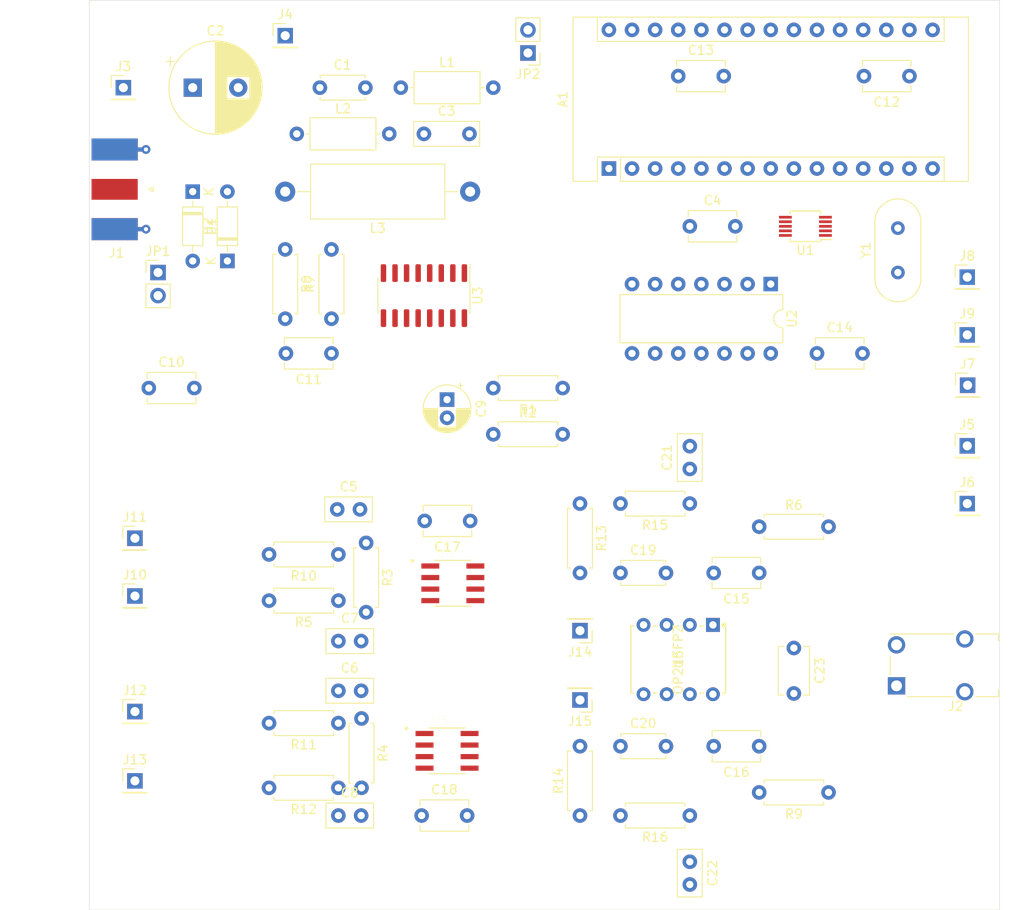
<source format=kicad_pcb>
(kicad_pcb (version 20171130) (host pcbnew "(5.1.5)-3")
  (layers (0 F.Cu signal) (31 B.Cu signal) (34 B.Paste user) (35 F.Paste user) (36 B.SilkS user) (37 F.SilkS user) (38 B.Mask user) (39 F.Mask user) (44 Edge.Cuts user))
  (net 0 "")
  (net 1 "Net-(A1-Pad1)")
  (net 2 +3V3)
  (net 3 "Net-(A1-Pad2)")
  (net 4 "Net-(A1-Pad18)")
  (net 5 "Net-(A1-Pad3)")
  (net 6 "Net-(A1-Pad19)")
  (net 7 "Net-(A1-Pad29)")
  (net 8 "Net-(A1-Pad20)")
  (net 9 "Net-(A1-Pad5)")
  (net 10 "Net-(A1-Pad21)")
  (net 11 "Net-(A1-Pad6)")
  (net 12 "Net-(A1-Pad22)")
  (net 13 "Net-(A1-Pad7)")
  (net 14 /SDA)
  (net 15 "Net-(A1-Pad8)")
  (net 16 /SCL)
  (net 17 "Net-(A1-Pad9)")
  (net 18 "Net-(A1-Pad25)")
  (net 19 "Net-(A1-Pad10)")
  (net 20 "Net-(A1-Pad26)")
  (net 21 "Net-(A1-Pad11)")
  (net 22 +5V)
  (net 23 "Net-(A1-Pad12)")
  (net 24 "Net-(A1-Pad28)")
  (net 25 "Net-(A1-Pad13)")
  (net 26 "Net-(A1-Pad14)")
  (net 27 "Net-(A1-Pad30)")
  (net 28 "Net-(A1-Pad15)")
  (net 29 "Net-(A1-Pad16)")
  (net 30 "Net-(C1-Pad2)")
  (net 31 GND)
  (net 32 "Net-(C2-Pad1)")
  (net 33 "Net-(C2-Pad2)")
  (net 34 "Net-(C3-Pad2)")
  (net 35 "Net-(C5-Pad1)")
  (net 36 "Net-(C6-Pad1)")
  (net 37 "Net-(C7-Pad1)")
  (net 38 "Net-(C8-Pad1)")
  (net 39 GNDA)
  (net 40 "Net-(C15-Pad1)")
  (net 41 "Net-(C15-Pad2)")
  (net 42 "Net-(C16-Pad1)")
  (net 43 "Net-(C16-Pad2)")
  (net 44 "Net-(J1-Pad2)")
  (net 45 "Net-(J2-PadT)")
  (net 46 "Net-(R3-Pad1)")
  (net 47 "Net-(R3-Pad2)")
  (net 48 "Net-(R4-Pad2)")
  (net 49 "Net-(R4-Pad1)")
  (net 50 "Net-(R5-Pad2)")
  (net 51 "Net-(J2-PadR)")
  (net 52 "Net-(R10-Pad2)")
  (net 53 "Net-(R11-Pad2)")
  (net 54 "Net-(R12-Pad2)")
  (net 55 "Net-(U1-Pad2)")
  (net 56 "Net-(U1-Pad3)")
  (net 57 /Q_LO)
  (net 58 "Net-(U2-Pad9)")
  (net 59 "Net-(U2-Pad12)")
  (net 60 /I_LO)
  (net 61 "Net-(J6-Pad1)")
  (net 62 "Net-(J5-Pad1)")
  (net 63 "Net-(J7-Pad1)")
  (net 64 "Net-(C19-Pad1)")
  (net 65 "Net-(C20-Pad1)")
  (net 66 "Net-(C21-Pad1)")
  (net 67 "Net-(C22-Pad1)")
  (net 68 /FIL_OUT)
  (net 69 "Net-(J14-Pad1)")
  (net 70 "Net-(J15-Pad1)")
  (module Package_SO:SOIC-16_3.9x9.9mm_P1.27mm (layer F.Cu) (at 111.76 77.47 270)
    (fp_text reference U3 (at 0 -5.9 90) (layer F.SilkS))
    (fp_text value SN74CBT3253)
    (pad 1 smd roundrect (at -2.475 -4.445 270) (size 1.95 0.6) (layers F.Cu F.Paste F.Mask) (net 31 GND))
    (pad 2 smd roundrect (at -2.475 -3.175 270) (size 1.95 0.6) (layers F.Cu F.Paste F.Mask) (net 57 /Q_LO))
    (pad 3 smd roundrect (at -2.475 -1.905 270) (size 1.95 0.6) (layers F.Cu F.Paste F.Mask) (net 52 "Net-(R10-Pad2)"))
    (pad 4 smd roundrect (at -2.475 -0.635 270) (size 1.95 0.6) (layers F.Cu F.Paste F.Mask) (net 54 "Net-(R12-Pad2)"))
    (pad 5 smd roundrect (at -2.475 0.635 270) (size 1.95 0.6) (layers F.Cu F.Paste F.Mask) (net 53 "Net-(R11-Pad2)"))
    (pad 6 smd roundrect (at -2.475 1.905 270) (size 1.95 0.6) (layers F.Cu F.Paste F.Mask) (net 50 "Net-(R5-Pad2)"))
    (pad 7 smd roundrect (at -2.475 3.175 270) (size 1.95 0.6) (layers F.Cu F.Paste F.Mask) (net 68 /FIL_OUT))
    (pad 8 smd roundrect (at -2.475 4.445 270) (size 1.95 0.6) (layers F.Cu F.Paste F.Mask) (net 31 GND))
    (pad 9 smd roundrect (at 2.475 4.445 270) (size 1.95 0.6) (layers F.Cu F.Paste F.Mask) (net 68 /FIL_OUT))
    (pad 10 smd roundrect (at 2.475 3.175 270) (size 1.95 0.6) (layers F.Cu F.Paste F.Mask) (net 50 "Net-(R5-Pad2)"))
    (pad 11 smd roundrect (at 2.475 1.905 270) (size 1.95 0.6) (layers F.Cu F.Paste F.Mask) (net 53 "Net-(R11-Pad2)"))
    (pad 12 smd roundrect (at 2.475 0.635 270) (size 1.95 0.6) (layers F.Cu F.Paste F.Mask) (net 54 "Net-(R12-Pad2)"))
    (pad 13 smd roundrect (at 2.475 -0.635 270) (size 1.95 0.6) (layers F.Cu F.Paste F.Mask) (net 52 "Net-(R10-Pad2)"))
    (pad 14 smd roundrect (at 2.475 -1.905 270) (size 1.95 0.6) (layers F.Cu F.Paste F.Mask) (net 60 /I_LO))
    (pad 15 smd roundrect (at 2.475 -3.175 270) (size 1.95 0.6) (layers F.Cu F.Paste F.Mask) (net 31 GND))
    (pad 16 smd roundrect (at 2.475 -4.445 270) (size 1.95 0.6) (layers F.Cu F.Paste F.Mask) (net 22 +5V))
  )
  (module Module:Arduino_Nano (layer F.Cu) (at 132.08 63.5 90)
    (fp_text reference A1 (at 7.62 -5.08 90) (layer F.SilkS))
    (fp_text value Arduino_Nano_v3.x)
    (pad 1 thru_hole rect (at 0 0 90) (size 1.6 1.6) (drill 0.8) (layers *.Cu *.Mask) (net 1 "Net-(A1-Pad1)"))
    (pad 17 thru_hole oval (at 15.24 33.02 90) (size 1.6 1.6) (drill 0.8) (layers *.Cu *.Mask) (net 2 +3V3))
    (pad 2 thru_hole oval (at 0 2.54 90) (size 1.6 1.6) (drill 0.8) (layers *.Cu *.Mask) (net 3 "Net-(A1-Pad2)"))
    (pad 18 thru_hole oval (at 15.24 30.48 90) (size 1.6 1.6) (drill 0.8) (layers *.Cu *.Mask) (net 4 "Net-(A1-Pad18)"))
    (pad 3 thru_hole oval (at 0 5.08 90) (size 1.6 1.6) (drill 0.8) (layers *.Cu *.Mask) (net 5 "Net-(A1-Pad3)"))
    (pad 19 thru_hole oval (at 15.24 27.94 90) (size 1.6 1.6) (drill 0.8) (layers *.Cu *.Mask) (net 6 "Net-(A1-Pad19)"))
    (pad 4 thru_hole oval (at 0 7.62 90) (size 1.6 1.6) (drill 0.8) (layers *.Cu *.Mask) (net 7 "Net-(A1-Pad29)"))
    (pad 20 thru_hole oval (at 15.24 25.4 90) (size 1.6 1.6) (drill 0.8) (layers *.Cu *.Mask) (net 8 "Net-(A1-Pad20)"))
    (pad 5 thru_hole oval (at 0 10.16 90) (size 1.6 1.6) (drill 0.8) (layers *.Cu *.Mask) (net 9 "Net-(A1-Pad5)"))
    (pad 21 thru_hole oval (at 15.24 22.86 90) (size 1.6 1.6) (drill 0.8) (layers *.Cu *.Mask) (net 10 "Net-(A1-Pad21)"))
    (pad 6 thru_hole oval (at 0 12.7 90) (size 1.6 1.6) (drill 0.8) (layers *.Cu *.Mask) (net 11 "Net-(A1-Pad6)"))
    (pad 22 thru_hole oval (at 15.24 20.32 90) (size 1.6 1.6) (drill 0.8) (layers *.Cu *.Mask) (net 12 "Net-(A1-Pad22)"))
    (pad 7 thru_hole oval (at 0 15.24 90) (size 1.6 1.6) (drill 0.8) (layers *.Cu *.Mask) (net 13 "Net-(A1-Pad7)"))
    (pad 23 thru_hole oval (at 15.24 17.78 90) (size 1.6 1.6) (drill 0.8) (layers *.Cu *.Mask) (net 14 /SDA))
    (pad 8 thru_hole oval (at 0 17.78 90) (size 1.6 1.6) (drill 0.8) (layers *.Cu *.Mask) (net 15 "Net-(A1-Pad8)"))
    (pad 24 thru_hole oval (at 15.24 15.24 90) (size 1.6 1.6) (drill 0.8) (layers *.Cu *.Mask) (net 16 /SCL))
    (pad 9 thru_hole oval (at 0 20.32 90) (size 1.6 1.6) (drill 0.8) (layers *.Cu *.Mask) (net 17 "Net-(A1-Pad9)"))
    (pad 25 thru_hole oval (at 15.24 12.7 90) (size 1.6 1.6) (drill 0.8) (layers *.Cu *.Mask) (net 18 "Net-(A1-Pad25)"))
    (pad 10 thru_hole oval (at 0 22.86 90) (size 1.6 1.6) (drill 0.8) (layers *.Cu *.Mask) (net 19 "Net-(A1-Pad10)"))
    (pad 26 thru_hole oval (at 15.24 10.16 90) (size 1.6 1.6) (drill 0.8) (layers *.Cu *.Mask) (net 20 "Net-(A1-Pad26)"))
    (pad 11 thru_hole oval (at 0 25.4 90) (size 1.6 1.6) (drill 0.8) (layers *.Cu *.Mask) (net 21 "Net-(A1-Pad11)"))
    (pad 27 thru_hole oval (at 15.24 7.62 90) (size 1.6 1.6) (drill 0.8) (layers *.Cu *.Mask) (net 22 +5V))
    (pad 12 thru_hole oval (at 0 27.94 90) (size 1.6 1.6) (drill 0.8) (layers *.Cu *.Mask) (net 23 "Net-(A1-Pad12)"))
    (pad 28 thru_hole oval (at 15.24 5.08 90) (size 1.6 1.6) (drill 0.8) (layers *.Cu *.Mask) (net 24 "Net-(A1-Pad28)"))
    (pad 13 thru_hole oval (at 0 30.48 90) (size 1.6 1.6) (drill 0.8) (layers *.Cu *.Mask) (net 25 "Net-(A1-Pad13)"))
    (pad 29 thru_hole oval (at 15.24 2.54 90) (size 1.6 1.6) (drill 0.8) (layers *.Cu *.Mask) (net 7 "Net-(A1-Pad29)"))
    (pad 14 thru_hole oval (at 0 33.02 90) (size 1.6 1.6) (drill 0.8) (layers *.Cu *.Mask) (net 26 "Net-(A1-Pad14)"))
    (pad 30 thru_hole oval (at 15.24 0 90) (size 1.6 1.6) (drill 0.8) (layers *.Cu *.Mask) (net 27 "Net-(A1-Pad30)"))
    (pad 15 thru_hole oval (at 0 35.56 90) (size 1.6 1.6) (drill 0.8) (layers *.Cu *.Mask) (net 28 "Net-(A1-Pad15)"))
    (pad 16 thru_hole oval (at 15.24 35.56 90) (size 1.6 1.6) (drill 0.8) (layers *.Cu *.Mask) (net 29 "Net-(A1-Pad16)"))
  )
  (module Diode_THT:D_DO-35_SOD27_P7.62mm_Horizontal (layer F.Cu) (at 86.36 66.04 270)
    (fp_text reference D1 (at 3.81 -2.12 90) (layer F.SilkS))
    (fp_text value 1N914)
    (fp_text user K (at 0 -1.8 90) (layer F.SilkS))
    (pad 2 thru_hole oval (at 7.62 0 270) (size 1.6 1.6) (drill 0.8) (layers *.Cu *.Mask) (net 31 GND))
    (pad 1 thru_hole rect (at 0 0 270) (size 1.6 1.6) (drill 0.8) (layers *.Cu *.Mask) (net 32 "Net-(C2-Pad1)"))
  )
  (module Diode_THT:D_DO-35_SOD27_P7.62mm_Horizontal (layer F.Cu) (at 90.17 73.66 90)
    (fp_text reference D2 (at 3.81 -2.12 90) (layer F.SilkS))
    (fp_text value 1N914)
    (fp_text user K (at 0 -1.8 90) (layer F.SilkS))
    (pad 1 thru_hole rect (at 0 0 90) (size 1.6 1.6) (drill 0.8) (layers *.Cu *.Mask) (net 31 GND))
    (pad 2 thru_hole oval (at 7.62 0 90) (size 1.6 1.6) (drill 0.8) (layers *.Cu *.Mask) (net 32 "Net-(C2-Pad1)"))
  )
  (module Connector_Coaxial:SMA_Molex_73251-1153_EdgeMount_Horizontal (layer F.Cu) (at 79.502 65.786)
    (fp_text reference J1 (at -1.5 7) (layer F.SilkS))
    (fp_text value Conn_Coaxial)
    (pad 1 smd rect (at -1.72 0) (size 5.08 2.29) (layers F.Cu F.Paste F.Mask) (net 32 "Net-(C2-Pad1)"))
    (pad 2 smd rect (at -1.72 -4.38) (size 5.08 2.42) (layers F.Cu F.Paste F.Mask) (net 44 "Net-(J1-Pad2)"))
    (pad 2 smd rect (at -1.72 4.38) (size 5.08 2.42) (layers F.Cu F.Paste F.Mask) (net 44 "Net-(J1-Pad2)"))
    (pad 2 smd rect (at -1.72 -4.38) (size 5.08 2.42) (layers B.Cu B.Paste B.Mask) (net 44 "Net-(J1-Pad2)"))
    (pad 2 smd rect (at -1.72 4.38) (size 5.08 2.42) (layers B.Cu B.Paste B.Mask) (net 44 "Net-(J1-Pad2)"))
    (pad 2 thru_hole circle (at 1.72 -4.38) (size 0.97 0.97) (drill 0.46) (layers *.Cu) (net 44 "Net-(J1-Pad2)"))
    (pad 2 thru_hole circle (at 1.72 4.38) (size 0.97 0.97) (drill 0.46) (layers *.Cu) (net 44 "Net-(J1-Pad2)"))
    (pad 2 smd rect (at 1.27 -4.38) (size 0.95 0.46) (layers F.Cu) (net 44 "Net-(J1-Pad2)"))
    (pad 2 smd rect (at 1.27 4.38) (size 0.95 0.46) (layers F.Cu) (net 44 "Net-(J1-Pad2)"))
    (pad 2 smd rect (at 1.27 -4.38) (size 0.95 0.46) (layers B.Cu) (net 44 "Net-(J1-Pad2)"))
    (pad 2 smd rect (at 1.27 4.38) (size 0.95 0.46) (layers B.Cu) (net 44 "Net-(J1-Pad2)"))
  )
  (module Connector_PinHeader_2.54mm:PinHeader_1x02_P2.54mm_Vertical (layer F.Cu) (at 82.55 74.93)
    (fp_text reference JP1 (at 0 -2.33) (layer F.SilkS))
    (fp_text value Jumper_NC_Small)
    (pad 1 thru_hole rect (at 0 0) (size 1.7 1.7) (drill 1) (layers *.Cu *.Mask) (net 31 GND))
    (pad 2 thru_hole oval (at 0 2.54) (size 1.7 1.7) (drill 1) (layers *.Cu *.Mask) (net 44 "Net-(J1-Pad2)"))
  )
  (module Connector_PinHeader_2.54mm:PinHeader_1x02_P2.54mm_Vertical (layer F.Cu) (at 123.19 50.8 180)
    (fp_text reference JP2 (at 0 -2.33) (layer F.SilkS))
    (fp_text value Jumper_NC_Small)
    (pad 2 thru_hole oval (at 0 2.54 180) (size 1.7 1.7) (drill 1) (layers *.Cu *.Mask) (net 7 "Net-(A1-Pad29)"))
    (pad 1 thru_hole rect (at 0 0 180) (size 1.7 1.7) (drill 1) (layers *.Cu *.Mask) (net 31 GND))
  )
  (module Inductor_THT:L_Axial_L7.0mm_D3.3mm_P10.16mm_Horizontal_Fastron_MICC (layer F.Cu) (at 109.22 54.61)
    (fp_text reference L1 (at 5.08 -2.77) (layer F.SilkS))
    (fp_text value 1u)
    (pad 1 thru_hole circle (at 0 0) (size 1.6 1.6) (drill 0.8) (layers *.Cu *.Mask) (net 30 "Net-(C1-Pad2)"))
    (pad 2 thru_hole oval (at 10.16 0) (size 1.6 1.6) (drill 0.8) (layers *.Cu *.Mask) (net 31 GND))
  )
  (module Inductor_THT:L_Axial_L7.0mm_D3.3mm_P10.16mm_Horizontal_Fastron_MICC (layer F.Cu) (at 97.79 59.69)
    (fp_text reference L2 (at 5.08 -2.77) (layer F.SilkS))
    (fp_text value 1u)
    (pad 2 thru_hole oval (at 10.16 0) (size 1.6 1.6) (drill 0.8) (layers *.Cu *.Mask) (net 30 "Net-(C1-Pad2)"))
    (pad 1 thru_hole circle (at 0 0) (size 1.6 1.6) (drill 0.8) (layers *.Cu *.Mask) (net 33 "Net-(C2-Pad2)"))
  )
  (module Inductor_THT:L_Axial_L14.5mm_D5.8mm_P20.32mm_Horizontal_Fastron_HBCC (layer F.Cu) (at 116.84 66.04 180)
    (fp_text reference L3 (at 10.16 -4.02) (layer F.SilkS))
    (fp_text value 3.6u)
    (pad 1 thru_hole circle (at 0 0 180) (size 2.2 2.2) (drill 1.1) (layers *.Cu *.Mask) (net 34 "Net-(C3-Pad2)"))
    (pad 2 thru_hole oval (at 20.32 0 180) (size 2.2 2.2) (drill 1.1) (layers *.Cu *.Mask) (net 68 /FIL_OUT))
  )
  (module Resistor_THT:R_Axial_DIN0207_L6.3mm_D2.5mm_P7.62mm_Horizontal (layer F.Cu) (at 127 87.63 180)
    (fp_text reference R1 (at 3.81 -2.37) (layer F.SilkS))
    (fp_text value 10k)
    (pad 1 thru_hole circle (at 0 0 180) (size 1.6 1.6) (drill 0.8) (layers *.Cu *.Mask) (net 22 +5V))
    (pad 2 thru_hole oval (at 7.62 0 180) (size 1.6 1.6) (drill 0.8) (layers *.Cu *.Mask) (net 39 GNDA))
  )
  (module Resistor_THT:R_Axial_DIN0207_L6.3mm_D2.5mm_P7.62mm_Horizontal (layer F.Cu) (at 119.38 92.71)
    (fp_text reference R2 (at 3.81 -2.37) (layer F.SilkS))
    (fp_text value 10k)
    (pad 2 thru_hole oval (at 7.62 0) (size 1.6 1.6) (drill 0.8) (layers *.Cu *.Mask) (net 31 GND))
    (pad 1 thru_hole circle (at 0 0) (size 1.6 1.6) (drill 0.8) (layers *.Cu *.Mask) (net 39 GNDA))
  )
  (module Resistor_THT:R_Axial_DIN0207_L6.3mm_D2.5mm_P7.62mm_Horizontal (layer F.Cu) (at 105.41 104.648 270)
    (fp_text reference R3 (at 3.81 -2.37 90) (layer F.SilkS))
    (fp_text value 33)
    (pad 1 thru_hole circle (at 0 0 270) (size 1.6 1.6) (drill 0.8) (layers *.Cu *.Mask) (net 46 "Net-(R3-Pad1)"))
    (pad 2 thru_hole oval (at 7.62 0 270) (size 1.6 1.6) (drill 0.8) (layers *.Cu *.Mask) (net 47 "Net-(R3-Pad2)"))
  )
  (module Resistor_THT:R_Axial_DIN0207_L6.3mm_D2.5mm_P7.62mm_Horizontal (layer F.Cu) (at 104.902 123.952 270)
    (fp_text reference R4 (at 3.81 -2.37 90) (layer F.SilkS))
    (fp_text value 33)
    (pad 2 thru_hole oval (at 7.62 0 270) (size 1.6 1.6) (drill 0.8) (layers *.Cu *.Mask) (net 48 "Net-(R4-Pad2)"))
    (pad 1 thru_hole circle (at 0 0 270) (size 1.6 1.6) (drill 0.8) (layers *.Cu *.Mask) (net 49 "Net-(R4-Pad1)"))
  )
  (module Resistor_THT:R_Axial_DIN0207_L6.3mm_D2.5mm_P7.62mm_Horizontal (layer F.Cu) (at 102.362 110.998 180)
    (fp_text reference R5 (at 3.81 -2.37) (layer F.SilkS))
    (fp_text value 50)
    (pad 1 thru_hole circle (at 0 0 180) (size 1.6 1.6) (drill 0.8) (layers *.Cu *.Mask) (net 37 "Net-(C7-Pad1)"))
    (pad 2 thru_hole oval (at 7.62 0 180) (size 1.6 1.6) (drill 0.8) (layers *.Cu *.Mask) (net 50 "Net-(R5-Pad2)"))
  )
  (module Resistor_THT:R_Axial_DIN0207_L6.3mm_D2.5mm_P7.62mm_Horizontal (layer F.Cu) (at 148.59 102.87)
    (fp_text reference R6 (at 3.81 -2.37) (layer F.SilkS))
    (fp_text value 100)
    (pad 2 thru_hole oval (at 7.62 0) (size 1.6 1.6) (drill 0.8) (layers *.Cu *.Mask) (net 45 "Net-(J2-PadT)"))
    (pad 1 thru_hole circle (at 0 0) (size 1.6 1.6) (drill 0.8) (layers *.Cu *.Mask) (net 40 "Net-(C15-Pad1)"))
  )
  (module Resistor_THT:R_Axial_DIN0207_L6.3mm_D2.5mm_P7.62mm_Horizontal (layer F.Cu) (at 101.6 80.01 90)
    (fp_text reference R7 (at 3.81 -2.37 90) (layer F.SilkS))
    (fp_text value 10k)
    (pad 2 thru_hole oval (at 7.62 0 90) (size 1.6 1.6) (drill 0.8) (layers *.Cu *.Mask) (net 68 /FIL_OUT))
    (pad 1 thru_hole circle (at 0 0 90) (size 1.6 1.6) (drill 0.8) (layers *.Cu *.Mask) (net 22 +5V))
  )
  (module Resistor_THT:R_Axial_DIN0207_L6.3mm_D2.5mm_P7.62mm_Horizontal (layer F.Cu) (at 96.52 72.39 270)
    (fp_text reference R8 (at 3.81 -2.37 90) (layer F.SilkS))
    (fp_text value 10k)
    (pad 1 thru_hole circle (at 0 0 270) (size 1.6 1.6) (drill 0.8) (layers *.Cu *.Mask) (net 68 /FIL_OUT))
    (pad 2 thru_hole oval (at 7.62 0 270) (size 1.6 1.6) (drill 0.8) (layers *.Cu *.Mask) (net 31 GND))
  )
  (module Resistor_THT:R_Axial_DIN0207_L6.3mm_D2.5mm_P7.62mm_Horizontal (layer F.Cu) (at 156.21 132.08 180)
    (fp_text reference R9 (at 3.81 -2.37) (layer F.SilkS))
    (fp_text value 100)
    (pad 1 thru_hole circle (at 0 0 180) (size 1.6 1.6) (drill 0.8) (layers *.Cu *.Mask) (net 51 "Net-(J2-PadR)"))
    (pad 2 thru_hole oval (at 7.62 0 180) (size 1.6 1.6) (drill 0.8) (layers *.Cu *.Mask) (net 42 "Net-(C16-Pad1)"))
  )
  (module Resistor_THT:R_Axial_DIN0207_L6.3mm_D2.5mm_P7.62mm_Horizontal (layer F.Cu) (at 102.362 105.918 180)
    (fp_text reference R10 (at 3.81 -2.37) (layer F.SilkS))
    (fp_text value 50)
    (pad 2 thru_hole oval (at 7.62 0 180) (size 1.6 1.6) (drill 0.8) (layers *.Cu *.Mask) (net 52 "Net-(R10-Pad2)"))
    (pad 1 thru_hole circle (at 0 0 180) (size 1.6 1.6) (drill 0.8) (layers *.Cu *.Mask) (net 35 "Net-(C5-Pad1)"))
  )
  (module Resistor_THT:R_Axial_DIN0207_L6.3mm_D2.5mm_P7.62mm_Horizontal (layer F.Cu) (at 102.362 124.46 180)
    (fp_text reference R11 (at 3.81 -2.37) (layer F.SilkS))
    (fp_text value 50)
    (pad 1 thru_hole circle (at 0 0 180) (size 1.6 1.6) (drill 0.8) (layers *.Cu *.Mask) (net 38 "Net-(C8-Pad1)"))
    (pad 2 thru_hole oval (at 7.62 0 180) (size 1.6 1.6) (drill 0.8) (layers *.Cu *.Mask) (net 53 "Net-(R11-Pad2)"))
  )
  (module Resistor_THT:R_Axial_DIN0207_L6.3mm_D2.5mm_P7.62mm_Horizontal (layer F.Cu) (at 102.362 131.572 180)
    (fp_text reference R12 (at 3.81 -2.37) (layer F.SilkS))
    (fp_text value 50)
    (pad 2 thru_hole oval (at 7.62 0 180) (size 1.6 1.6) (drill 0.8) (layers *.Cu *.Mask) (net 54 "Net-(R12-Pad2)"))
    (pad 1 thru_hole circle (at 0 0 180) (size 1.6 1.6) (drill 0.8) (layers *.Cu *.Mask) (net 36 "Net-(C6-Pad1)"))
  )
  (module Package_SO:MSOP-10_3x3mm_P0.5mm (layer F.Cu) (at 153.67 69.85 180)
    (fp_text reference U1 (at 0 -2.6) (layer F.SilkS))
    (fp_text value Si5351A-B-GT)
    (pad 1 smd rect (at -2.2 -1 180) (size 1.4 0.3) (layers F.Cu F.Paste F.Mask) (net 2 +3V3))
    (pad 2 smd rect (at -2.2 -0.5 180) (size 1.4 0.3) (layers F.Cu F.Paste F.Mask) (net 55 "Net-(U1-Pad2)"))
    (pad 3 smd rect (at -2.2 0 180) (size 1.4 0.3) (layers F.Cu F.Paste F.Mask) (net 56 "Net-(U1-Pad3)"))
    (pad 4 smd rect (at -2.2 0.5 180) (size 1.4 0.3) (layers F.Cu F.Paste F.Mask) (net 16 /SCL))
    (pad 5 smd rect (at -2.2 1 180) (size 1.4 0.3) (layers F.Cu F.Paste F.Mask) (net 14 /SDA))
    (pad 6 smd rect (at 2.2 1 180) (size 1.4 0.3) (layers F.Cu F.Paste F.Mask) (net 61 "Net-(J6-Pad1)"))
    (pad 7 smd rect (at 2.2 0.5 180) (size 1.4 0.3) (layers F.Cu F.Paste F.Mask) (net 2 +3V3))
    (pad 8 smd rect (at 2.2 0 180) (size 1.4 0.3) (layers F.Cu F.Paste F.Mask) (net 31 GND))
    (pad 9 smd rect (at 2.2 -0.5 180) (size 1.4 0.3) (layers F.Cu F.Paste F.Mask) (net 62 "Net-(J5-Pad1)"))
    (pad 10 smd rect (at 2.2 -1 180) (size 1.4 0.3) (layers F.Cu F.Paste F.Mask) (net 63 "Net-(J7-Pad1)"))
  )
  (module Package_DIP:DIP-14_W7.62mm (layer F.Cu) (at 149.86 76.2 270)
    (fp_text reference U2 (at 3.81 -2.33 90) (layer F.SilkS))
    (fp_text value 74AC74)
    (pad 1 thru_hole rect (at 0 0 270) (size 1.6 1.6) (drill 0.8) (layers *.Cu *.Mask) (net 2 +3V3))
    (pad 8 thru_hole oval (at 7.62 15.24 270) (size 1.6 1.6) (drill 0.8) (layers *.Cu *.Mask) (net 57 /Q_LO))
    (pad 2 thru_hole oval (at 0 2.54 270) (size 1.6 1.6) (drill 0.8) (layers *.Cu *.Mask) (net 57 /Q_LO))
    (pad 9 thru_hole oval (at 7.62 12.7 270) (size 1.6 1.6) (drill 0.8) (layers *.Cu *.Mask) (net 58 "Net-(U2-Pad9)"))
    (pad 3 thru_hole oval (at 0 5.08 270) (size 1.6 1.6) (drill 0.8) (layers *.Cu *.Mask) (net 63 "Net-(J7-Pad1)"))
    (pad 10 thru_hole oval (at 7.62 10.16 270) (size 1.6 1.6) (drill 0.8) (layers *.Cu *.Mask) (net 2 +3V3))
    (pad 4 thru_hole oval (at 0 7.62 270) (size 1.6 1.6) (drill 0.8) (layers *.Cu *.Mask) (net 2 +3V3))
    (pad 11 thru_hole oval (at 7.62 7.62 270) (size 1.6 1.6) (drill 0.8) (layers *.Cu *.Mask) (net 63 "Net-(J7-Pad1)"))
    (pad 5 thru_hole oval (at 0 10.16 270) (size 1.6 1.6) (drill 0.8) (layers *.Cu *.Mask) (net 59 "Net-(U2-Pad12)"))
    (pad 12 thru_hole oval (at 7.62 5.08 270) (size 1.6 1.6) (drill 0.8) (layers *.Cu *.Mask) (net 59 "Net-(U2-Pad12)"))
    (pad 6 thru_hole oval (at 0 12.7 270) (size 1.6 1.6) (drill 0.8) (layers *.Cu *.Mask) (net 60 /I_LO))
    (pad 13 thru_hole oval (at 7.62 2.54 270) (size 1.6 1.6) (drill 0.8) (layers *.Cu *.Mask) (net 2 +3V3))
    (pad 7 thru_hole oval (at 0 15.24 270) (size 1.6 1.6) (drill 0.8) (layers *.Cu *.Mask) (net 31 GND))
    (pad 14 thru_hole oval (at 7.62 0 270) (size 1.6 1.6) (drill 0.8) (layers *.Cu *.Mask) (net 2 +3V3))
  )
  (module import_footprint:SOIC127P600X175-8N (layer F.Cu) (at 114.935 109.093)
    (fp_text reference U4 (at -0.795 -3.322) (layer F.SilkS) (effects (font (thickness 0.015))))
    (fp_text value INA821ID)
    (pad 1 smd rect (at -2.475 -1.905) (size 1.97 0.57) (layers F.Cu F.Paste F.Mask) (net 35 "Net-(C5-Pad1)"))
    (pad 2 smd rect (at -2.475 -0.635) (size 1.97 0.57) (layers F.Cu F.Paste F.Mask) (net 46 "Net-(R3-Pad1)"))
    (pad 3 smd rect (at -2.475 0.635) (size 1.97 0.57) (layers F.Cu F.Paste F.Mask) (net 47 "Net-(R3-Pad2)"))
    (pad 4 smd rect (at -2.475 1.905) (size 1.97 0.57) (layers F.Cu F.Paste F.Mask) (net 37 "Net-(C7-Pad1)"))
    (pad 5 smd rect (at 2.475 1.905) (size 1.97 0.57) (layers F.Cu F.Paste F.Mask) (net 31 GND))
    (pad 6 smd rect (at 2.475 0.635) (size 1.97 0.57) (layers F.Cu F.Paste F.Mask) (net 39 GNDA))
    (pad 7 smd rect (at 2.475 -0.635) (size 1.97 0.57) (layers F.Cu F.Paste F.Mask) (net 69 "Net-(J14-Pad1)"))
    (pad 8 smd rect (at 2.475 -1.905) (size 1.97 0.57) (layers F.Cu F.Paste F.Mask) (net 22 +5V))
  )
  (module import_footprint:SOIC127P600X175-8N (layer F.Cu) (at 114.3 127.508)
    (fp_text reference U5 (at -0.795 -3.322) (layer F.SilkS) (effects (font (thickness 0.015))))
    (fp_text value INA821ID)
    (pad 8 smd rect (at 2.475 -1.905) (size 1.97 0.57) (layers F.Cu F.Paste F.Mask) (net 22 +5V))
    (pad 7 smd rect (at 2.475 -0.635) (size 1.97 0.57) (layers F.Cu F.Paste F.Mask) (net 70 "Net-(J15-Pad1)"))
    (pad 6 smd rect (at 2.475 0.635) (size 1.97 0.57) (layers F.Cu F.Paste F.Mask) (net 39 GNDA))
    (pad 5 smd rect (at 2.475 1.905) (size 1.97 0.57) (layers F.Cu F.Paste F.Mask) (net 31 GND))
    (pad 4 smd rect (at -2.475 1.905) (size 1.97 0.57) (layers F.Cu F.Paste F.Mask) (net 38 "Net-(C8-Pad1)"))
    (pad 3 smd rect (at -2.475 0.635) (size 1.97 0.57) (layers F.Cu F.Paste F.Mask) (net 48 "Net-(R4-Pad2)"))
    (pad 2 smd rect (at -2.475 -0.635) (size 1.97 0.57) (layers F.Cu F.Paste F.Mask) (net 49 "Net-(R4-Pad1)"))
    (pad 1 smd rect (at -2.475 -1.905) (size 1.97 0.57) (layers F.Cu F.Paste F.Mask) (net 36 "Net-(C6-Pad1)"))
  )
  (module Crystal:Crystal_HC49-U_Vertical (layer F.Cu) (at 163.83 74.93 90)
    (fp_text reference Y1 (at 2.44 -3.525 90) (layer F.SilkS))
    (fp_text value Crystal)
    (pad 1 thru_hole circle (at 0 0 90) (size 1.5 1.5) (drill 0.8) (layers *.Cu *.Mask) (net 55 "Net-(U1-Pad2)"))
    (pad 2 thru_hole circle (at 4.88 0 90) (size 1.5 1.5) (drill 0.8) (layers *.Cu *.Mask) (net 56 "Net-(U1-Pad3)"))
  )
  (module Connector_Audio:Jack_3.5mm_Switronic_ST-005-G_horizontal (layer F.Cu) (at 170.18 118.11 180)
    (fp_text reference J2 (at 0 -4.5) (layer F.SilkS))
    (fp_text value AudioJack3)
    (pad T thru_hole circle (at -1 -2.9 180) (size 1.9 1.9) (drill 1.2) (layers *.Cu *.Mask) (net 45 "Net-(J2-PadT)"))
    (pad T thru_hole circle (at -1 2.9 180) (size 1.9 1.9) (drill 1.2) (layers *.Cu *.Mask) (net 45 "Net-(J2-PadT)"))
    (pad R thru_hole rect (at 6.5 -2.25 180) (size 1.9 1.9) (drill 1.2) (layers *.Cu *.Mask) (net 51 "Net-(J2-PadR)"))
    (pad S thru_hole circle (at 6.5 2.25 180) (size 1.9 1.9) (drill 1.2) (layers *.Cu *.Mask) (net 31 GND))
    (pad "" np_thru_hole circle (at 2.5 2.5 180) (size 1 1) (drill 1) (layers *.Cu *.Mask))
    (pad "" np_thru_hole circle (at 2.5 -2.5 180) (size 1 1) (drill 1) (layers *.Cu *.Mask))
  )
  (module Connector_PinHeader_2.54mm:PinHeader_1x01_P2.54mm_Vertical (layer F.Cu) (at 78.74 54.61)
    (fp_text reference J3 (at 0 -2.33) (layer F.SilkS))
    (fp_text value FIL_I)
    (pad 1 thru_hole rect (at 0 0) (size 1.7 1.7) (drill 1) (layers *.Cu *.Mask) (net 32 "Net-(C2-Pad1)"))
  )
  (module Connector_PinHeader_2.54mm:PinHeader_1x01_P2.54mm_Vertical (layer F.Cu) (at 96.52 48.895)
    (fp_text reference J4 (at 0 -2.33) (layer F.SilkS))
    (fp_text value FIL_O)
    (pad 1 thru_hole rect (at 0 0) (size 1.7 1.7) (drill 1) (layers *.Cu *.Mask) (net 68 /FIL_OUT))
  )
  (module Connector_PinHeader_2.54mm:PinHeader_1x01_P2.54mm_Vertical (layer F.Cu) (at 171.45 93.98)
    (fp_text reference J5 (at 0 -2.33) (layer F.SilkS))
    (fp_text value CLK_2)
    (pad 1 thru_hole rect (at 0 0) (size 1.7 1.7) (drill 1) (layers *.Cu *.Mask) (net 62 "Net-(J5-Pad1)"))
  )
  (module Connector_PinHeader_2.54mm:PinHeader_1x01_P2.54mm_Vertical (layer F.Cu) (at 171.45 100.33)
    (fp_text reference J6 (at 0 -2.33) (layer F.SilkS))
    (fp_text value CLK_3)
    (pad 1 thru_hole rect (at 0 0) (size 1.7 1.7) (drill 1) (layers *.Cu *.Mask) (net 61 "Net-(J6-Pad1)"))
  )
  (module Connector_PinHeader_2.54mm:PinHeader_1x01_P2.54mm_Vertical (layer F.Cu) (at 171.49 87.32)
    (fp_text reference J7 (at 0 -2.33) (layer F.SilkS))
    (fp_text value CLK_1)
    (pad 1 thru_hole rect (at 0 0) (size 1.7 1.7) (drill 1) (layers *.Cu *.Mask) (net 63 "Net-(J7-Pad1)"))
  )
  (module Connector_PinHeader_2.54mm:PinHeader_1x01_P2.54mm_Vertical (layer F.Cu) (at 171.45 75.438)
    (fp_text reference J8 (at 0 -2.33) (layer F.SilkS))
    (fp_text value I_LO)
    (pad 1 thru_hole rect (at 0 0) (size 1.7 1.7) (drill 1) (layers *.Cu *.Mask) (net 60 /I_LO))
  )
  (module Connector_PinHeader_2.54mm:PinHeader_1x01_P2.54mm_Vertical (layer F.Cu) (at 171.45 81.788)
    (fp_text reference J9 (at 0 -2.33) (layer F.SilkS))
    (fp_text value Q_LO)
    (pad 1 thru_hole rect (at 0 0) (size 1.7 1.7) (drill 1) (layers *.Cu *.Mask) (net 57 /Q_LO))
  )
  (module Connector_PinHeader_2.54mm:PinHeader_1x01_P2.54mm_Vertical (layer F.Cu) (at 80.01 110.49)
    (fp_text reference J10 (at 0 -2.33) (layer F.SilkS))
    (fp_text value I_0)
    (pad 1 thru_hole rect (at 0 0) (size 1.7 1.7) (drill 1) (layers *.Cu *.Mask) (net 37 "Net-(C7-Pad1)"))
  )
  (module Connector_PinHeader_2.54mm:PinHeader_1x01_P2.54mm_Vertical (layer F.Cu) (at 80.01 104.14)
    (fp_text reference J11 (at 0 -2.33) (layer F.SilkS))
    (fp_text value I_180)
    (pad 1 thru_hole rect (at 0 0) (size 1.7 1.7) (drill 1) (layers *.Cu *.Mask) (net 35 "Net-(C5-Pad1)"))
  )
  (module Connector_PinHeader_2.54mm:PinHeader_1x01_P2.54mm_Vertical (layer F.Cu) (at 80.01 123.19)
    (fp_text reference J12 (at 0 -2.33) (layer F.SilkS))
    (fp_text value Q_90)
    (pad 1 thru_hole rect (at 0 0) (size 1.7 1.7) (drill 1) (layers *.Cu *.Mask) (net 38 "Net-(C8-Pad1)"))
  )
  (module Connector_PinHeader_2.54mm:PinHeader_1x01_P2.54mm_Vertical (layer F.Cu) (at 80.01 130.81)
    (fp_text reference J13 (at 0 -2.33) (layer F.SilkS))
    (fp_text value Q_270)
    (pad 1 thru_hole rect (at 0 0) (size 1.7 1.7) (drill 1) (layers *.Cu *.Mask) (net 36 "Net-(C6-Pad1)"))
  )
  (module Connector_PinHeader_2.54mm:PinHeader_1x01_P2.54mm_Vertical (layer F.Cu) (at 128.905 114.3 180)
    (fp_text reference J14 (at 0 -2.33) (layer F.SilkS))
    (fp_text value I_OUT)
    (pad 1 thru_hole rect (at 0 0 180) (size 1.7 1.7) (drill 1) (layers *.Cu *.Mask) (net 69 "Net-(J14-Pad1)"))
  )
  (module Connector_PinHeader_2.54mm:PinHeader_1x01_P2.54mm_Vertical (layer F.Cu) (at 128.905 121.92 180)
    (fp_text reference J15 (at 0 -2.33) (layer F.SilkS))
    (fp_text value Q_OUT)
    (pad 1 thru_hole rect (at 0 0 180) (size 1.7 1.7) (drill 1) (layers *.Cu *.Mask) (net 70 "Net-(J15-Pad1)"))
  )
  (module Capacitor_THT:CP_Radial_D10.0mm_P5.00mm (layer F.Cu) (at 86.36 54.61)
    (fp_text reference C2 (at 2.5 -6.25) (layer F.SilkS))
    (fp_text value 910u)
    (pad 1 thru_hole rect (at 0 0) (size 2 2) (drill 1) (layers *.Cu *.Mask) (net 32 "Net-(C2-Pad1)"))
    (pad 2 thru_hole circle (at 5 0) (size 2 2) (drill 1) (layers *.Cu *.Mask) (net 33 "Net-(C2-Pad2)"))
  )
  (module Capacitor_THT:C_Disc_D4.7mm_W2.5mm_P5.00mm (layer F.Cu) (at 100.33 54.61)
    (fp_text reference C1 (at 2.5 -2.5) (layer F.SilkS))
    (fp_text value 680p)
    (pad 1 thru_hole circle (at 0 0) (size 1.6 1.6) (drill 0.8) (layers *.Cu *.Mask) (net 31 GND))
    (pad 2 thru_hole circle (at 5 0) (size 1.6 1.6) (drill 0.8) (layers *.Cu *.Mask) (net 30 "Net-(C1-Pad2)"))
  )
  (module Capacitor_THT:C_Disc_D7.0mm_W2.5mm_P5.00mm (layer F.Cu) (at 111.76 59.69)
    (fp_text reference C3 (at 2.5 -2.5) (layer F.SilkS))
    (fp_text value 150p)
    (pad 1 thru_hole circle (at 0 0) (size 1.6 1.6) (drill 0.8) (layers *.Cu *.Mask) (net 30 "Net-(C1-Pad2)"))
    (pad 2 thru_hole circle (at 5 0) (size 1.6 1.6) (drill 0.8) (layers *.Cu *.Mask) (net 34 "Net-(C3-Pad2)"))
  )
  (module Capacitor_THT:C_Disc_D5.1mm_W3.2mm_P5.00mm (layer F.Cu) (at 140.97 69.85)
    (fp_text reference C4 (at 2.5 -2.85) (layer F.SilkS))
    (fp_text value 0.1u)
    (pad 2 thru_hole circle (at 5 0) (size 1.6 1.6) (drill 0.8) (layers *.Cu *.Mask) (net 2 +3V3))
    (pad 1 thru_hole circle (at 0 0) (size 1.6 1.6) (drill 0.8) (layers *.Cu *.Mask) (net 31 GND))
  )
  (module Capacitor_THT:C_Disc_D5.0mm_W2.5mm_P2.50mm (layer F.Cu) (at 102.235 100.965)
    (fp_text reference C5 (at 1.25 -2.5) (layer F.SilkS))
    (fp_text value 100p)
    (pad 1 thru_hole circle (at 0 0) (size 1.6 1.6) (drill 0.8) (layers *.Cu *.Mask) (net 35 "Net-(C5-Pad1)"))
    (pad 2 thru_hole circle (at 2.5 0) (size 1.6 1.6) (drill 0.8) (layers *.Cu *.Mask) (net 31 GND))
  )
  (module Capacitor_THT:C_Disc_D5.0mm_W2.5mm_P2.50mm (layer F.Cu) (at 102.362 120.904)
    (fp_text reference C6 (at 1.25 -2.5) (layer F.SilkS))
    (fp_text value 100p)
    (pad 2 thru_hole circle (at 2.5 0) (size 1.6 1.6) (drill 0.8) (layers *.Cu *.Mask) (net 31 GND))
    (pad 1 thru_hole circle (at 0 0) (size 1.6 1.6) (drill 0.8) (layers *.Cu *.Mask) (net 36 "Net-(C6-Pad1)"))
  )
  (module Capacitor_THT:C_Disc_D5.0mm_W2.5mm_P2.50mm (layer F.Cu) (at 102.362 115.443)
    (fp_text reference C7 (at 1.25 -2.5) (layer F.SilkS))
    (fp_text value 100p)
    (pad 2 thru_hole circle (at 2.5 0) (size 1.6 1.6) (drill 0.8) (layers *.Cu *.Mask) (net 31 GND))
    (pad 1 thru_hole circle (at 0 0) (size 1.6 1.6) (drill 0.8) (layers *.Cu *.Mask) (net 37 "Net-(C7-Pad1)"))
  )
  (module Capacitor_THT:C_Disc_D5.0mm_W2.5mm_P2.50mm (layer F.Cu) (at 102.362 134.62)
    (fp_text reference C8 (at 1.25 -2.5) (layer F.SilkS))
    (fp_text value 100p)
    (pad 1 thru_hole circle (at 0 0) (size 1.6 1.6) (drill 0.8) (layers *.Cu *.Mask) (net 38 "Net-(C8-Pad1)"))
    (pad 2 thru_hole circle (at 2.5 0) (size 1.6 1.6) (drill 0.8) (layers *.Cu *.Mask) (net 31 GND))
  )
  (module Capacitor_THT:CP_Radial_D5.0mm_P2.00mm (layer F.Cu) (at 114.3 88.9 270)
    (fp_text reference C9 (at 1 -3.75 90) (layer F.SilkS))
    (fp_text value 10uF)
    (pad 1 thru_hole rect (at 0 0 270) (size 1.6 1.6) (drill 0.8) (layers *.Cu *.Mask) (net 31 GND))
    (pad 2 thru_hole circle (at 2 0 270) (size 1.6 1.6) (drill 0.8) (layers *.Cu *.Mask) (net 39 GNDA))
  )
  (module Capacitor_THT:C_Disc_D5.1mm_W3.2mm_P5.00mm (layer F.Cu) (at 81.534 87.63)
    (fp_text reference C10 (at 2.5 -2.85) (layer F.SilkS))
    (fp_text value 0.1u)
    (pad 1 thru_hole circle (at 0 0) (size 1.6 1.6) (drill 0.8) (layers *.Cu *.Mask) (net 22 +5V))
    (pad 2 thru_hole circle (at 5 0) (size 1.6 1.6) (drill 0.8) (layers *.Cu *.Mask) (net 31 GND))
  )
  (module Capacitor_THT:C_Disc_D5.1mm_W3.2mm_P5.00mm (layer F.Cu) (at 101.6 83.82 180)
    (fp_text reference C11 (at 2.5 -2.85) (layer F.SilkS))
    (fp_text value 0.1u)
    (pad 1 thru_hole circle (at 0 0 180) (size 1.6 1.6) (drill 0.8) (layers *.Cu *.Mask) (net 22 +5V))
    (pad 2 thru_hole circle (at 5 0 180) (size 1.6 1.6) (drill 0.8) (layers *.Cu *.Mask) (net 31 GND))
  )
  (module Capacitor_THT:C_Disc_D5.1mm_W3.2mm_P5.00mm (layer F.Cu) (at 165.1 53.34 180)
    (fp_text reference C12 (at 2.5 -2.85) (layer F.SilkS))
    (fp_text value 0.1u)
    (pad 1 thru_hole circle (at 0 0 180) (size 1.6 1.6) (drill 0.8) (layers *.Cu *.Mask) (net 2 +3V3))
    (pad 2 thru_hole circle (at 5 0 180) (size 1.6 1.6) (drill 0.8) (layers *.Cu *.Mask) (net 31 GND))
  )
  (module Capacitor_THT:C_Disc_D5.1mm_W3.2mm_P5.00mm (layer F.Cu) (at 139.7 53.34)
    (fp_text reference C13 (at 2.5 -2.85) (layer F.SilkS))
    (fp_text value 0.1u)
    (pad 2 thru_hole circle (at 5 0) (size 1.6 1.6) (drill 0.8) (layers *.Cu *.Mask) (net 31 GND))
    (pad 1 thru_hole circle (at 0 0) (size 1.6 1.6) (drill 0.8) (layers *.Cu *.Mask) (net 22 +5V))
  )
  (module Capacitor_THT:C_Disc_D5.1mm_W3.2mm_P5.00mm (layer F.Cu) (at 154.94 83.82)
    (fp_text reference C14 (at 2.5 -2.85) (layer F.SilkS))
    (fp_text value 0.1u)
    (pad 2 thru_hole circle (at 5 0) (size 1.6 1.6) (drill 0.8) (layers *.Cu *.Mask) (net 31 GND))
    (pad 1 thru_hole circle (at 0 0) (size 1.6 1.6) (drill 0.8) (layers *.Cu *.Mask) (net 2 +3V3))
  )
  (module Capacitor_THT:C_Disc_D5.1mm_W3.2mm_P5.00mm (layer F.Cu) (at 148.59 107.95 180)
    (fp_text reference C15 (at 2.5 -2.85) (layer F.SilkS))
    (fp_text value 0.1u)
    (pad 2 thru_hole circle (at 5 0 180) (size 1.6 1.6) (drill 0.8) (layers *.Cu *.Mask) (net 41 "Net-(C15-Pad2)"))
    (pad 1 thru_hole circle (at 0 0 180) (size 1.6 1.6) (drill 0.8) (layers *.Cu *.Mask) (net 40 "Net-(C15-Pad1)"))
  )
  (module Capacitor_THT:C_Disc_D5.1mm_W3.2mm_P5.00mm (layer F.Cu) (at 148.59 127 180)
    (fp_text reference C16 (at 2.5 -2.85) (layer F.SilkS))
    (fp_text value 0.1u)
    (pad 1 thru_hole circle (at 0 0 180) (size 1.6 1.6) (drill 0.8) (layers *.Cu *.Mask) (net 42 "Net-(C16-Pad1)"))
    (pad 2 thru_hole circle (at 5 0 180) (size 1.6 1.6) (drill 0.8) (layers *.Cu *.Mask) (net 43 "Net-(C16-Pad2)"))
  )
  (module Capacitor_THT:C_Disc_D5.1mm_W3.2mm_P5.00mm (layer F.Cu) (at 116.84 102.235 180)
    (fp_text reference C17 (at 2.5 -2.85) (layer F.SilkS))
    (fp_text value 0.1u)
    (pad 1 thru_hole circle (at 0 0 180) (size 1.6 1.6) (drill 0.8) (layers *.Cu *.Mask) (net 31 GND))
    (pad 2 thru_hole circle (at 5 0 180) (size 1.6 1.6) (drill 0.8) (layers *.Cu *.Mask) (net 22 +5V))
  )
  (module Capacitor_THT:C_Disc_D5.1mm_W3.2mm_P5.00mm (layer F.Cu) (at 111.506 134.62)
    (fp_text reference C18 (at 2.5 -2.85) (layer F.SilkS))
    (fp_text value 0.1u)
    (pad 2 thru_hole circle (at 5 0) (size 1.6 1.6) (drill 0.8) (layers *.Cu *.Mask) (net 22 +5V))
    (pad 1 thru_hole circle (at 0 0) (size 1.6 1.6) (drill 0.8) (layers *.Cu *.Mask) (net 31 GND))
  )
  (module Capacitor_THT:C_Disc_D4.7mm_W2.5mm_P5.00mm (layer F.Cu) (at 133.35 107.95)
    (fp_text reference C19 (at 2.5 -2.5) (layer F.SilkS))
    (fp_text value 220p)
    (pad 1 thru_hole circle (at 0 0) (size 1.6 1.6) (drill 0.8) (layers *.Cu *.Mask) (net 64 "Net-(C19-Pad1)"))
    (pad 2 thru_hole circle (at 5 0) (size 1.6 1.6) (drill 0.8) (layers *.Cu *.Mask) (net 41 "Net-(C15-Pad2)"))
  )
  (module Capacitor_THT:C_Disc_D4.7mm_W2.5mm_P5.00mm (layer F.Cu) (at 133.35 127)
    (fp_text reference C20 (at 2.5 -2.5) (layer F.SilkS))
    (fp_text value 220p)
    (pad 2 thru_hole circle (at 5 0) (size 1.6 1.6) (drill 0.8) (layers *.Cu *.Mask) (net 43 "Net-(C16-Pad2)"))
    (pad 1 thru_hole circle (at 0 0) (size 1.6 1.6) (drill 0.8) (layers *.Cu *.Mask) (net 65 "Net-(C20-Pad1)"))
  )
  (module Capacitor_THT:C_Disc_D5.0mm_W2.5mm_P2.50mm (layer F.Cu) (at 140.97 96.52 90)
    (fp_text reference C21 (at 1.25 -2.5 90) (layer F.SilkS))
    (fp_text value 100p)
    (pad 2 thru_hole circle (at 2.5 0 90) (size 1.6 1.6) (drill 0.8) (layers *.Cu *.Mask) (net 31 GND))
    (pad 1 thru_hole circle (at 0 0 90) (size 1.6 1.6) (drill 0.8) (layers *.Cu *.Mask) (net 66 "Net-(C21-Pad1)"))
  )
  (module Capacitor_THT:C_Disc_D5.0mm_W2.5mm_P2.50mm (layer F.Cu) (at 140.97 139.7 270)
    (fp_text reference C22 (at 1.25 -2.5 90) (layer F.SilkS))
    (fp_text value 100p)
    (pad 1 thru_hole circle (at 0 0 270) (size 1.6 1.6) (drill 0.8) (layers *.Cu *.Mask) (net 67 "Net-(C22-Pad1)"))
    (pad 2 thru_hole circle (at 2.5 0 270) (size 1.6 1.6) (drill 0.8) (layers *.Cu *.Mask) (net 31 GND))
  )
  (module Capacitor_THT:C_Disc_D5.1mm_W3.2mm_P5.00mm (layer F.Cu) (at 152.4 116.205 270)
    (fp_text reference C23 (at 2.5 -2.85 90) (layer F.SilkS))
    (fp_text value 0.1u)
    (pad 1 thru_hole circle (at 0 0 270) (size 1.6 1.6) (drill 0.8) (layers *.Cu *.Mask) (net 31 GND))
    (pad 2 thru_hole circle (at 5 0 270) (size 1.6 1.6) (drill 0.8) (layers *.Cu *.Mask) (net 22 +5V))
  )
  (module Resistor_THT:R_Axial_DIN0207_L6.3mm_D2.5mm_P7.62mm_Horizontal (layer F.Cu) (at 128.905 100.33 270)
    (fp_text reference R13 (at 3.81 -2.37 90) (layer F.SilkS))
    (fp_text value 8.2k)
    (pad 2 thru_hole oval (at 7.62 0 270) (size 1.6 1.6) (drill 0.8) (layers *.Cu *.Mask) (net 69 "Net-(J14-Pad1)"))
    (pad 1 thru_hole circle (at 0 0 270) (size 1.6 1.6) (drill 0.8) (layers *.Cu *.Mask) (net 64 "Net-(C19-Pad1)"))
  )
  (module Resistor_THT:R_Axial_DIN0207_L6.3mm_D2.5mm_P7.62mm_Horizontal (layer F.Cu) (at 128.905 134.62 90)
    (fp_text reference R14 (at 3.81 -2.37 90) (layer F.SilkS))
    (fp_text value 8.2k)
    (pad 2 thru_hole oval (at 7.62 0 90) (size 1.6 1.6) (drill 0.8) (layers *.Cu *.Mask) (net 70 "Net-(J15-Pad1)"))
    (pad 1 thru_hole circle (at 0 0 90) (size 1.6 1.6) (drill 0.8) (layers *.Cu *.Mask) (net 65 "Net-(C20-Pad1)"))
  )
  (module Resistor_THT:R_Axial_DIN0207_L6.3mm_D2.5mm_P7.62mm_Horizontal (layer F.Cu) (at 140.97 100.33 180)
    (fp_text reference R15 (at 3.81 -2.37) (layer F.SilkS))
    (fp_text value 15k)
    (pad 1 thru_hole circle (at 0 0 180) (size 1.6 1.6) (drill 0.8) (layers *.Cu *.Mask) (net 66 "Net-(C21-Pad1)"))
    (pad 2 thru_hole oval (at 7.62 0 180) (size 1.6 1.6) (drill 0.8) (layers *.Cu *.Mask) (net 64 "Net-(C19-Pad1)"))
  )
  (module Resistor_THT:R_Axial_DIN0207_L6.3mm_D2.5mm_P7.62mm_Horizontal (layer F.Cu) (at 140.97 134.62 180)
    (fp_text reference R16 (at 3.81 -2.37) (layer F.SilkS))
    (fp_text value 15k)
    (pad 1 thru_hole circle (at 0 0 180) (size 1.6 1.6) (drill 0.8) (layers *.Cu *.Mask) (net 67 "Net-(C22-Pad1)"))
    (pad 2 thru_hole oval (at 7.62 0 180) (size 1.6 1.6) (drill 0.8) (layers *.Cu *.Mask) (net 65 "Net-(C20-Pad1)"))
  )
  (module Imported_Footprints:OP213FPZ (layer F.Cu) (at 143.51 113.665 270)
    (fp_text reference U6 (at 3.81 3.81 90) (layer F.SilkS))
    (fp_text value OP213FPZ (at 3.81 3.81 90) (layer F.SilkS))
    (fp_text user * (at 0 -1.524 90) (layer F.SilkS))
    (fp_text user * (at 0 -1.524 90) (layer F.SilkS))
    (pad 1 thru_hole rect (at 0 0 270) (size 1.524 1.524) (drill 0.8128) (layers *.Cu *.Mask) (net 41 "Net-(C15-Pad2)"))
    (pad 2 thru_hole circle (at 0 2.54 270) (size 1.524 1.524) (drill 0.8128) (layers *.Cu *.Mask) (net 41 "Net-(C15-Pad2)"))
    (pad 3 thru_hole circle (at 0 5.08 270) (size 1.524 1.524) (drill 0.8128) (layers *.Cu *.Mask) (net 66 "Net-(C21-Pad1)"))
    (pad 4 thru_hole circle (at 0 7.62 270) (size 1.524 1.524) (drill 0.8128) (layers *.Cu *.Mask) (net 31 GND))
    (pad 5 thru_hole circle (at 7.62 7.62 270) (size 1.524 1.524) (drill 0.8128) (layers *.Cu *.Mask) (net 67 "Net-(C22-Pad1)"))
    (pad 6 thru_hole circle (at 7.62 5.08 270) (size 1.524 1.524) (drill 0.8128) (layers *.Cu *.Mask) (net 43 "Net-(C16-Pad2)"))
    (pad 7 thru_hole circle (at 7.62 2.54 270) (size 1.524 1.524) (drill 0.8128) (layers *.Cu *.Mask) (net 43 "Net-(C16-Pad2)"))
    (pad 8 thru_hole circle (at 7.62 0 270) (size 1.524 1.524) (drill 0.8128) (layers *.Cu *.Mask) (net 22 +5V))
  )
  (gr_line (start 75 145) (end 75 45) (layer Edge.Cuts) (width 0.05))
  (gr_line (start 175 145) (end 75 145) (layer Edge.Cuts) (width 0.05))
  (gr_line (start 175 45) (end 175 145) (layer Edge.Cuts) (width 0.05))
  (gr_line (start 75 45) (end 175 45) (layer Edge.Cuts) (width 0.05))
)
</source>
